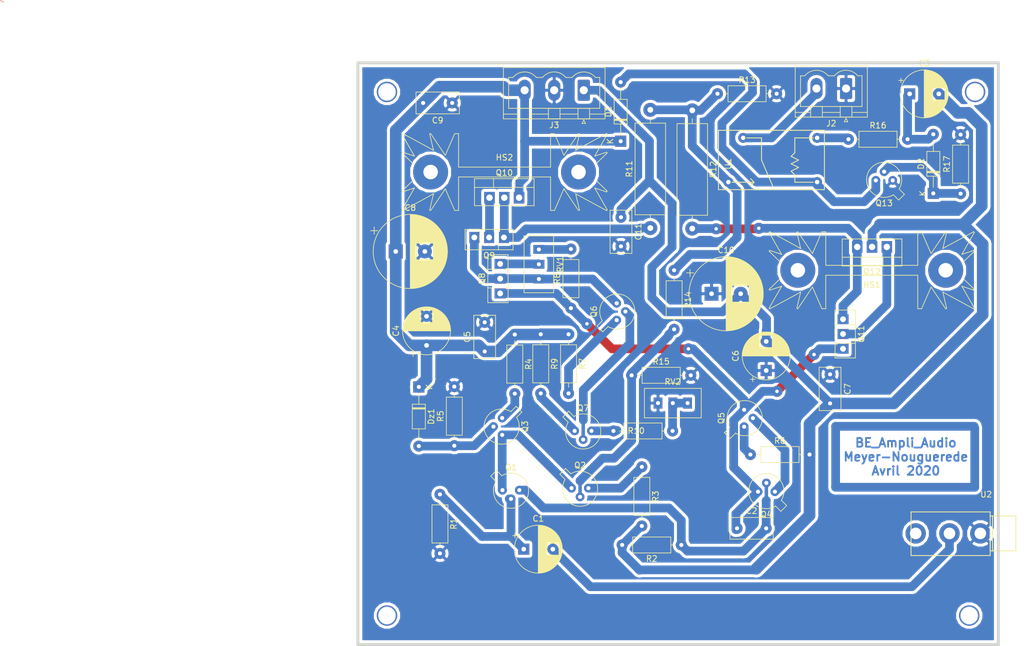
<source format=kicad_pcb>
(kicad_pcb (version 20171130) (host pcbnew "(5.0.0)")
  (title_block (title BE_Ampli_Audio) (date 2020-04-04) (rev V0) (company "INSA GEI") (comment 1 "Carole Meyer") (comment 2 "Louis Nouguerede"))
  (layers (0 F.Cu signal) (31 B.Cu signal) (34 B.Paste user hide) (35 F.Paste user hide) (36 B.SilkS user) (37 F.SilkS user) (38 B.Mask user) (39 F.Mask user hide) (44 Edge.Cuts user))
  (net 0 "")
  (net 1 "Net-(C1-Pad1)")
  (net 2 "Net-(C1-Pad2)")
  (net 3 "Net-(C2-Pad1)")
  (net 4 "Net-(C2-Pad2)")
  (net 5 -12V)
  (net 6 "Net-(C3-Pad1)")
  (net 7 GND)
  (net 8 +12V)
  (net 9 "Net-(D1-Pad2)")
  (net 10 "Net-(D2-Pad1)")
  (net 11 "Net-(Dz1-Pad2)")
  (net 12 "Net-(Q1-Pad1)")
  (net 13 "Net-(Q2-Pad2)")
  (net 14 "Net-(Q2-Pad3)")
  (net 15 "Net-(Q3-Pad1)")
  (net 16 "Net-(Q4-Pad1)")
  (net 17 "Net-(Q5-Pad1)")
  (net 18 "Net-(Q6-Pad3)")
  (net 19 "Net-(Q6-Pad2)")
  (net 20 "Net-(Q6-Pad1)")
  (net 21 "Net-(Q7-Pad1)")
  (net 22 "Net-(Q7-Pad3)")
  (net 23 "Net-(Q8-Pad3)")
  (net 24 "Net-(Q10-Pad2)")
  (net 25 "Net-(Q10-Pad1)")
  (net 26 "Net-(Q11-Pad2)")
  (net 27 "Net-(Q11-Pad1)")
  (net 28 "Net-(R8-Pad2)")
  (net 29 "Net-(R10-Pad2)")
  (net 30 "Net-(R11-Pad2)")
  (net 31 "Net-(R16-Pad1)")
  (net 32 "Net-(U2-PadTN)")
  (net 33 "Net-(J2-Pad2)")
  (module Be-Elec:RelayBE (layer F.Cu) (at 107.9881 43.9928 180)
    (fp_text reference U1 (at 16.51 4.445 270) (layer F.SilkS))
    (fp_text value Relay_1CT)
    (pad 7 thru_hole circle (at 16.49 1.3 180) (size 1.7 1.7) (drill 0.762) (layers *.Cu *.Mask) (net 30 "Net-(R11-Pad2)"))
    (pad 1 thru_hole circle (at 13.95 8.9 270) (size 1.7 1.7) (drill 0.762) (layers *.Cu *.Mask) (net 33 "Net-(J2-Pad2)"))
    (pad 6 thru_hole circle (at 1.25 1.3 180) (size 1.7 1.7) (drill 0.762) (layers *.Cu *.Mask) (net 9 "Net-(D1-Pad2)"))
    (pad 2 thru_hole circle (at 1.25 8.9 180) (size 1.7 1.7) (drill 0.762) (layers *.Cu *.Mask) (net 31 "Net-(R16-Pad1)"))
  )
  (module Be-Elec:CP_Radial_D8.0mm_P5.00mm (layer F.Cu) (at 122.6312 27.5336)
    (fp_text reference C3 (at 2.5 -5.25) (layer F.SilkS))
    (fp_text value 47µ)
    (pad 2 thru_hole circle (at 5 0) (size 1.9 1.9) (drill 0.8) (layers *.Cu *.Mask) (net 5 -12V))
    (pad 1 thru_hole rect (at 0 0) (size 1.9 1.9) (drill 0.8) (layers *.Cu *.Mask) (net 6 "Net-(C3-Pad1)"))
  )
  (module Be-Elec:C_Rect_L7.2mm_W3.5mm_P5.00mm_FKS2_FKP2_MKS2_MKP2 (layer F.Cu) (at 49.6443 71.8058 90)
    (fp_text reference C5 (at 2.5 -3 90) (layer F.SilkS))
    (fp_text value 100n)
    (pad 2 thru_hole circle (at 5 0 90) (size 1.9 1.9) (drill 0.7) (layers *.Cu *.Mask) (net 7 GND))
    (pad 1 thru_hole circle (at 0 0 90) (size 1.9 1.9) (drill 0.7) (layers *.Cu *.Mask) (net 8 +12V))
  )
  (module Be-Elec:C_Rect_L7.2mm_W3.5mm_P5.00mm_FKS2_FKP2_MKS2_MKP2 (layer F.Cu) (at 108.966 75.7428 270)
    (fp_text reference C7 (at 2.5 -3 270) (layer F.SilkS))
    (fp_text value 100n)
    (pad 1 thru_hole circle (at 0 0 270) (size 1.9 1.9) (drill 0.7) (layers *.Cu *.Mask) (net 7 GND))
    (pad 2 thru_hole circle (at 5 0 270) (size 1.9 1.9) (drill 0.7) (layers *.Cu *.Mask) (net 5 -12V))
  )
  (module Be-Elec:C_Rect_L7.2mm_W3.5mm_P5.00mm_FKS2_FKP2_MKS2_MKP2 (layer F.Cu) (at 44.069 29.0957 180)
    (fp_text reference C9 (at 2.5 -3 180) (layer F.SilkS))
    (fp_text value 100n)
    (pad 2 thru_hole circle (at 5 0 180) (size 1.9 1.9) (drill 0.7) (layers *.Cu *.Mask) (net 8 +12V))
    (pad 1 thru_hole circle (at 0 0 180) (size 1.9 1.9) (drill 0.7) (layers *.Cu *.Mask) (net 7 GND))
  )
  (module Be-Elec:C_Rect_L7.2mm_W3.5mm_P5.00mm_FKS2_FKP2_MKS2_MKP2 (layer F.Cu) (at 73.0504 48.7426 270)
    (fp_text reference C11 (at 2.5 -3 270) (layer F.SilkS))
    (fp_text value 100n)
    (pad 1 thru_hole circle (at 0 0 270) (size 1.9 1.9) (drill 0.7) (layers *.Cu *.Mask) (net 5 -12V))
    (pad 2 thru_hole circle (at 5 0 270) (size 1.9 1.9) (drill 0.7) (layers *.Cu *.Mask) (net 7 GND))
  )
  (module Be-Elec:PhoenixContact_MSTBVA_2,5_2-G-5,08_1x02_P5.08mm_Vertical (layer F.Cu) (at 111.7092 26.6192 180)
    (fp_text reference J2 (at 2.54 -6 180) (layer F.SilkS))
    (fp_text value Conn_01x02)
    (pad 2 thru_hole oval (at 5.08 0 180) (size 2.08 3.6) (drill 1.4) (layers *.Cu *.Mask) (net 33 "Net-(J2-Pad2)"))
    (pad 1 thru_hole roundrect (at 0 0 180) (size 2.08 3.6) (drill 1.4) (layers *.Cu *.Mask) (roundrect_rratio 0.120192) (net 7 GND))
  )
  (module Be-Elec:CP_Radial_D8.0mm_P5.00mm (layer F.Cu) (at 56.3499 105.791)
    (fp_text reference C1 (at 2.5 -5.25) (layer F.SilkS))
    (fp_text value 47µ)
    (pad 1 thru_hole rect (at 0 0) (size 1.9 1.9) (drill 0.8) (layers *.Cu *.Mask) (net 1 "Net-(C1-Pad1)"))
    (pad 2 thru_hole circle (at 5 0) (size 1.9 1.9) (drill 0.8) (layers *.Cu *.Mask) (net 2 "Net-(C1-Pad2)"))
  )
  (module Be-Elec:C_Rect_L7.2mm_W3.5mm_P5.00mm_FKS2_FKP2_MKS2_MKP2 (layer F.Cu) (at 92.9894 102.2096)
    (fp_text reference C2 (at 2.5 -3) (layer F.SilkS))
    (fp_text value C)
    (pad 1 thru_hole circle (at 0 0) (size 1.9 1.9) (drill 0.7) (layers *.Cu *.Mask) (net 3 "Net-(C2-Pad1)"))
    (pad 2 thru_hole circle (at 5 0) (size 1.9 1.9) (drill 0.7) (layers *.Cu *.Mask) (net 4 "Net-(C2-Pad2)"))
  )
  (module Be-Elec:CP_Radial_D8.0mm_P5.00mm (layer F.Cu) (at 39.6621 70.7644 90)
    (fp_text reference C4 (at 2.5 -5.25 90) (layer F.SilkS))
    (fp_text value 10µ)
    (pad 2 thru_hole circle (at 5 0 90) (size 1.9 1.9) (drill 0.8) (layers *.Cu *.Mask) (net 7 GND))
    (pad 1 thru_hole rect (at 0 0 90) (size 1.9 1.9) (drill 0.8) (layers *.Cu *.Mask) (net 8 +12V))
  )
  (module Be-Elec:CP_Radial_D8.0mm_P5.00mm (layer F.Cu) (at 97.9932 75.0824 90)
    (fp_text reference C6 (at 2.5 -5.25 90) (layer F.SilkS))
    (fp_text value 10µ)
    (pad 1 thru_hole rect (at 0 0 90) (size 1.9 1.9) (drill 0.8) (layers *.Cu *.Mask) (net 7 GND))
    (pad 2 thru_hole circle (at 5 0 90) (size 1.9 1.9) (drill 0.8) (layers *.Cu *.Mask) (net 5 -12V))
  )
  (module Be-Elec:CP_Radial_D12.5mm_P5.00mm (layer F.Cu) (at 34.3662 54.6227)
    (fp_text reference C8 (at 2.5 -7.5) (layer F.SilkS))
    (fp_text value 470µ)
    (pad 1 thru_hole rect (at 0 0) (size 2.4 2.4) (drill 0.8) (layers *.Cu *.Mask) (net 8 +12V))
    (pad 2 thru_hole circle (at 5 0) (size 2.4 2.4) (drill 0.8) (layers *.Cu *.Mask) (net 7 GND))
  )
  (module Be-Elec:CP_Radial_D12.5mm_P5.00mm (layer F.Cu) (at 88.6079 61.8871)
    (fp_text reference C10 (at 2.5 -7.5) (layer F.SilkS))
    (fp_text value 470µ)
    (pad 1 thru_hole rect (at 0 0) (size 2.4 2.4) (drill 0.8) (layers *.Cu *.Mask) (net 7 GND))
    (pad 2 thru_hole circle (at 5 0) (size 2.4 2.4) (drill 0.8) (layers *.Cu *.Mask) (net 5 -12V))
  )
  (module Be-Elec:D_DO-35_SOD27_P10.16mm_Horizontal (layer F.Cu) (at 72.9996 35.6743 90)
    (fp_text reference D1 (at 5.08 -2.12 90) (layer F.SilkS))
    (fp_text value 1N4148)
    (fp_text user K (at 0 -1.8 90) (layer F.SilkS))
    (pad 1 thru_hole rect (at 0 0 90) (size 1.9 1.9) (drill 0.7) (layers *.Cu *.Mask) (net 8 +12V))
    (pad 2 thru_hole oval (at 10.16 0 90) (size 1.9 1.9) (drill 0.7) (layers *.Cu *.Mask) (net 9 "Net-(D1-Pad2)"))
  )
  (module Be-Elec:D_DO-35_SOD27_P10.16mm_Horizontal (layer F.Cu) (at 126.6952 44.6405 90)
    (fp_text reference D2 (at 5.08 -2.12 90) (layer F.SilkS))
    (fp_text value 1N4148)
    (fp_text user K (at 0 -1.8 90) (layer F.SilkS))
    (pad 1 thru_hole rect (at 0 0 90) (size 1.9 1.9) (drill 0.7) (layers *.Cu *.Mask) (net 10 "Net-(D2-Pad1)"))
    (pad 2 thru_hole oval (at 10.16 0 90) (size 1.9 1.9) (drill 0.7) (layers *.Cu *.Mask) (net 6 "Net-(C3-Pad1)"))
  )
  (module Be-Elec:D_DO-35_SOD27_P10.16mm_Horizontal (layer F.Cu) (at 38.3286 77.9145 270)
    (fp_text reference Dz1 (at 5.08 -2.12 270) (layer F.SilkS))
    (fp_text value BZX55C5V1)
    (fp_text user K (at 0 -1.8 270) (layer F.SilkS))
    (pad 2 thru_hole oval (at 10.16 0 270) (size 1.9 1.9) (drill 0.7) (layers *.Cu *.Mask) (net 11 "Net-(Dz1-Pad2)"))
    (pad 1 thru_hole rect (at 0 0 270) (size 1.9 1.9) (drill 0.7) (layers *.Cu *.Mask) (net 8 +12V))
  )
  (module Be-Elec:Heatsink_Fischer_SK104-STC-STIC_35x13mm_2xDrill2.5mm (layer F.Cu) (at 116.120462 57.855449 180)
    (fp_text reference HS1 (at -0.025 -2.5 180) (layer F.SilkS))
    (fp_text value Heatsink)
    (pad 1 thru_hole circle (at 12.7 0 180) (size 6 6) (drill 2.5) (layers *.Cu *.Mask))
    (pad 1 thru_hole circle (at -12.7 0) (size 6 6) (drill 2.5) (layers *.Cu *.Mask))
  )
  (module Be-Elec:Heatsink_Fischer_SK104-STC-STIC_35x13mm_2xDrill2.5mm (layer F.Cu) (at 53.0606 40.9702)
    (fp_text reference HS2 (at -0.025 -2.5) (layer F.SilkS))
    (fp_text value Heatsink)
    (pad 1 thru_hole circle (at -12.7 0 180) (size 6 6) (drill 2.5) (layers *.Cu *.Mask))
    (pad 1 thru_hole circle (at 12.7 0) (size 6 6) (drill 2.5) (layers *.Cu *.Mask))
  )
  (module Be-Elec:PhoenixContact_MSTBVA_2,5_3-G-5,08_1x03_P5.08mm_Vertical (layer F.Cu) (at 66.6623 26.9113 180)
    (fp_text reference J3 (at 5.08 -6 180) (layer F.SilkS))
    (fp_text value Conn_01x03)
    (pad 1 thru_hole roundrect (at 0 0 180) (size 2.08 3.6) (drill 1.4) (layers *.Cu *.Mask) (roundrect_rratio 0.120192) (net 5 -12V))
    (pad 2 thru_hole oval (at 5.08 0 180) (size 2.08 3.6) (drill 1.4) (layers *.Cu *.Mask) (net 7 GND))
    (pad 3 thru_hole oval (at 10.16 0 180) (size 2.08 3.6) (drill 1.4) (layers *.Cu *.Mask) (net 8 +12V))
  )
  (module Be-Elec:TO-18-3 (layer F.Cu) (at 52.8955 95.7453)
    (fp_text reference Q1 (at 1.27 -4.02) (layer F.SilkS))
    (fp_text value 2N2907)
    (pad 1 thru_hole circle (at -0.2 -0.1) (size 1.5 1.5) (drill 0.7) (layers *.Cu *.Mask) (net 12 "Net-(Q1-Pad1)"))
    (pad 2 thru_hole circle (at 1.27 1.4) (size 1.5 1.5) (drill 0.7) (layers *.Cu *.Mask) (net 1 "Net-(C1-Pad1)"))
    (pad 3 thru_hole circle (at 2.7 -0.1) (size 1.5 1.5) (drill 0.7) (layers *.Cu *.Mask) (net 4 "Net-(C2-Pad2)"))
  )
  (module Be-Elec:TO-18-3 (layer F.Cu) (at 64.7573 95.4024)
    (fp_text reference Q2 (at 1.27 -4.02) (layer F.SilkS))
    (fp_text value 2N2907)
    (pad 1 thru_hole circle (at -0.2 -0.1) (size 1.5 1.5) (drill 0.7) (layers *.Cu *.Mask) (net 12 "Net-(Q1-Pad1)"))
    (pad 2 thru_hole circle (at 1.27 1.4) (size 1.5 1.5) (drill 0.7) (layers *.Cu *.Mask) (net 13 "Net-(Q2-Pad2)"))
    (pad 3 thru_hole circle (at 2.7 -0.1) (size 1.5 1.5) (drill 0.7) (layers *.Cu *.Mask) (net 14 "Net-(Q2-Pad3)"))
  )
  (module Be-Elec:TO-18-3 (layer F.Cu) (at 52.5526 83.4517 270)
    (fp_text reference Q3 (at 1.27 -4.02 270) (layer F.SilkS))
    (fp_text value 2N2907)
    (pad 3 thru_hole circle (at 2.7 -0.1 270) (size 1.5 1.5) (drill 0.7) (layers *.Cu *.Mask) (net 12 "Net-(Q1-Pad1)"))
    (pad 2 thru_hole circle (at 1.27 1.4 270) (size 1.5 1.5) (drill 0.7) (layers *.Cu *.Mask) (net 11 "Net-(Dz1-Pad2)"))
    (pad 1 thru_hole circle (at -0.2 -0.1 270) (size 1.5 1.5) (drill 0.7) (layers *.Cu *.Mask) (net 15 "Net-(Q3-Pad1)"))
  )
  (module Be-Elec:TO-18-3 (layer F.Cu) (at 99.2886 95.8088 180)
    (fp_text reference Q4 (at 1.27 -4.02 180) (layer F.SilkS))
    (fp_text value 2N2222)
    (pad 3 thru_hole circle (at 2.7 -0.1 180) (size 1.5 1.5) (drill 0.7) (layers *.Cu *.Mask) (net 3 "Net-(C2-Pad1)"))
    (pad 2 thru_hole circle (at 1.27 1.4 180) (size 1.5 1.5) (drill 0.7) (layers *.Cu *.Mask) (net 4 "Net-(C2-Pad2)"))
    (pad 1 thru_hole circle (at -0.2 -0.1 180) (size 1.5 1.5) (drill 0.7) (layers *.Cu *.Mask) (net 16 "Net-(Q4-Pad1)"))
  )
  (module Be-Elec:TO-18-3 (layer F.Cu) (at 94.3072 84.5439 90)
    (fp_text reference Q5 (at 1.27 -4.02 90) (layer F.SilkS))
    (fp_text value 2N2222)
    (pad 1 thru_hole circle (at -0.2 -0.1 90) (size 1.5 1.5) (drill 0.7) (layers *.Cu *.Mask) (net 17 "Net-(Q5-Pad1)"))
    (pad 2 thru_hole circle (at 1.27 1.4 90) (size 1.5 1.5) (drill 0.7) (layers *.Cu *.Mask) (net 16 "Net-(Q4-Pad1)"))
    (pad 3 thru_hole circle (at 2.7 -0.1 90) (size 1.5 1.5) (drill 0.7) (layers *.Cu *.Mask) (net 3 "Net-(C2-Pad1)"))
  )
  (module Be-Elec:TO-18-3 (layer F.Cu) (at 72.4154 66.2178 90)
    (fp_text reference Q6 (at 1.27 -4.02 90) (layer F.SilkS))
    (fp_text value 2N2907)
    (pad 3 thru_hole circle (at 2.7 -0.1 90) (size 1.5 1.5) (drill 0.7) (layers *.Cu *.Mask) (net 18 "Net-(Q6-Pad3)"))
    (pad 2 thru_hole circle (at 1.27 1.4 90) (size 1.5 1.5) (drill 0.7) (layers *.Cu *.Mask) (net 19 "Net-(Q6-Pad2)"))
    (pad 1 thru_hole circle (at -0.2 -0.1 90) (size 1.5 1.5) (drill 0.7) (layers *.Cu *.Mask) (net 20 "Net-(Q6-Pad1)"))
  )
  (module Be-Elec:TO-18-3 (layer F.Cu) (at 65.2907 85.5599)
    (fp_text reference Q7 (at 1.27 -4.02) (layer F.SilkS))
    (fp_text value 2N2907)
    (pad 1 thru_hole circle (at -0.2 -0.1) (size 1.5 1.5) (drill 0.7) (layers *.Cu *.Mask) (net 21 "Net-(Q7-Pad1)"))
    (pad 2 thru_hole circle (at 1.27 1.4) (size 1.5 1.5) (drill 0.7) (layers *.Cu *.Mask) (net 19 "Net-(Q6-Pad2)"))
    (pad 3 thru_hole circle (at 2.7 -0.1) (size 1.5 1.5) (drill 0.7) (layers *.Cu *.Mask) (net 22 "Net-(Q7-Pad3)"))
  )
  (module Be-Elec:TO-126-3_Vertical (layer F.Cu) (at 52.2986 61.8363 90)
    (fp_text reference Q8 (at 2.54 -3.12 90) (layer F.SilkS))
    (fp_text value BD139)
    (pad 1 thru_hole rect (at 0 0 90) (size 1.7 1.9) (drill 1) (layers *.Cu *.Mask) (net 3 "Net-(C2-Pad1)"))
    (pad 2 thru_hole rect (at 2.54 0 90) (size 1.7 1.9) (drill 1) (layers *.Cu *.Mask) (net 18 "Net-(Q6-Pad3)"))
    (pad 3 thru_hole rect (at 5.08 0 90) (size 1.7 1.9) (drill 1) (layers *.Cu *.Mask) (net 23 "Net-(Q8-Pad3)"))
  )
  (module Be-Elec:TO-126-3_Vertical (layer F.Cu) (at 52.9463 52.2097 180)
    (fp_text reference Q9 (at 2.54 -3.12 180) (layer F.SilkS))
    (fp_text value BD139)
    (pad 1 thru_hole rect (at 0 0 180) (size 1.7 1.9) (drill 1) (layers *.Cu *.Mask) (net 24 "Net-(Q10-Pad2)"))
    (pad 2 thru_hole rect (at 2.54 0 180) (size 1.7 1.9) (drill 1) (layers *.Cu *.Mask) (net 25 "Net-(Q10-Pad1)"))
    (pad 3 thru_hole rect (at 5.08 0 180) (size 1.7 1.9) (drill 1) (layers *.Cu *.Mask) (net 18 "Net-(Q6-Pad3)"))
  )
  (module Be-Elec:TO-220-3_Vertical (layer F.Cu) (at 50.4698 45.3771)
    (fp_text reference Q10 (at 2.54 -4.27) (layer F.SilkS))
    (fp_text value TIP32)
    (pad 3 thru_hole rect (at 5.08 0) (size 1.8 2) (drill 1.1) (layers *.Cu *.Mask) (net 8 +12V))
    (pad 2 thru_hole rect (at 2.54 0) (size 1.8 2) (drill 1.1) (layers *.Cu *.Mask) (net 24 "Net-(Q10-Pad2)"))
    (pad 1 thru_hole rect (at 0 0) (size 1.8 2) (drill 1.1) (layers *.Cu *.Mask) (net 25 "Net-(Q10-Pad1)"))
  )
  (module Be-Elec:TO-126-3_Vertical (layer F.Cu) (at 111.1885 66.2686 270)
    (fp_text reference Q11 (at 2.54 -3.12 270) (layer F.SilkS))
    (fp_text value BD138)
    (pad 3 thru_hole rect (at 5.08 0 270) (size 1.7 1.9) (drill 1) (layers *.Cu *.Mask) (net 3 "Net-(C2-Pad1)"))
    (pad 2 thru_hole rect (at 2.54 0 270) (size 1.7 1.9) (drill 1) (layers *.Cu *.Mask) (net 26 "Net-(Q11-Pad2)"))
    (pad 1 thru_hole rect (at 0 0 270) (size 1.7 1.9) (drill 1) (layers *.Cu *.Mask) (net 27 "Net-(Q11-Pad1)"))
  )
  (module Be-Elec:TO-220-3_Vertical (layer F.Cu) (at 118.711262 53.842249 180)
    (fp_text reference Q12 (at 2.54 -4.27 180) (layer F.SilkS))
    (fp_text value TIP31)
    (pad 1 thru_hole rect (at 0 0 180) (size 1.8 2) (drill 1.1) (layers *.Cu *.Mask) (net 26 "Net-(Q11-Pad2)"))
    (pad 2 thru_hole rect (at 2.54 0 180) (size 1.8 2) (drill 1.1) (layers *.Cu *.Mask) (net 5 -12V))
    (pad 3 thru_hole rect (at 5.08 0 180) (size 1.8 2) (drill 1.1) (layers *.Cu *.Mask) (net 27 "Net-(Q11-Pad1)"))
  )
  (module Be-Elec:TO-18-3 (layer F.Cu) (at 119.5197 42.3037 180)
    (fp_text reference Q13 (at 1.27 -4.02 180) (layer F.SilkS))
    (fp_text value 2N2222)
    (pad 3 thru_hole circle (at 2.7 -0.1 180) (size 1.5 1.5) (drill 0.7) (layers *.Cu *.Mask) (net 9 "Net-(D1-Pad2)"))
    (pad 2 thru_hole circle (at 1.27 1.4 180) (size 1.5 1.5) (drill 0.7) (layers *.Cu *.Mask) (net 10 "Net-(D2-Pad1)"))
    (pad 1 thru_hole circle (at -0.2 -0.1 180) (size 1.5 1.5) (drill 0.7) (layers *.Cu *.Mask) (net 7 GND))
  )
  (module Be-Elec:R_Axial_DIN0207_L6.3mm_D2.5mm_P10.16mm_Horizontal (layer F.Cu) (at 41.9608 96.3676 270)
    (fp_text reference R1 (at 5.08 -2.37 270) (layer F.SilkS))
    (fp_text value R)
    (pad 2 thru_hole circle (at 10.16 0 270) (size 1.9 1.9) (drill 0.7) (layers *.Cu *.Mask) (net 7 GND))
    (pad 1 thru_hole circle (at 0 0 270) (size 1.9 1.9) (drill 0.7) (layers *.Cu *.Mask) (net 1 "Net-(C1-Pad1)"))
  )
  (module Be-Elec:R_Axial_DIN0207_L6.3mm_D2.5mm_P10.16mm_Horizontal (layer F.Cu) (at 83.4136 105.0671 180)
    (fp_text reference R2 (at 5.08 -2.37 180) (layer F.SilkS))
    (fp_text value R)
    (pad 2 thru_hole circle (at 10.16 0 180) (size 1.9 1.9) (drill 0.7) (layers *.Cu *.Mask) (net 5 -12V))
    (pad 1 thru_hole circle (at 0 0 180) (size 1.9 1.9) (drill 0.7) (layers *.Cu *.Mask) (net 4 "Net-(C2-Pad2)"))
  )
  (module Be-Elec:R_Axial_DIN0207_L6.3mm_D2.5mm_P10.16mm_Horizontal (layer F.Cu) (at 76.6318 91.6432 270)
    (fp_text reference R3 (at 5.08 -2.37 270) (layer F.SilkS))
    (fp_text value R)
    (pad 2 thru_hole circle (at 10.16 0 270) (size 1.9 1.9) (drill 0.7) (layers *.Cu *.Mask) (net 5 -12V))
    (pad 1 thru_hole circle (at 0 0 270) (size 1.9 1.9) (drill 0.7) (layers *.Cu *.Mask) (net 14 "Net-(Q2-Pad3)"))
  )
  (module Be-Elec:R_Axial_DIN0207_L6.3mm_D2.5mm_P10.16mm_Horizontal (layer F.Cu) (at 54.8132 68.8975 270)
    (fp_text reference R4 (at 5.08 -2.37 270) (layer F.SilkS))
    (fp_text value R)
    (pad 1 thru_hole circle (at 0 0 270) (size 1.9 1.9) (drill 0.7) (layers *.Cu *.Mask) (net 8 +12V))
    (pad 2 thru_hole circle (at 10.16 0 270) (size 1.9 1.9) (drill 0.7) (layers *.Cu *.Mask) (net 15 "Net-(Q3-Pad1)"))
  )
  (module Be-Elec:R_Axial_DIN0207_L6.3mm_D2.5mm_P10.16mm_Horizontal (layer F.Cu) (at 44.4246 88.011 90)
    (fp_text reference R5 (at 5.08 -2.37 90) (layer F.SilkS))
    (fp_text value R)
    (pad 2 thru_hole circle (at 10.16 0 90) (size 1.9 1.9) (drill 0.7) (layers *.Cu *.Mask) (net 7 GND))
    (pad 1 thru_hole circle (at 0 0 90) (size 1.9 1.9) (drill 0.7) (layers *.Cu *.Mask) (net 11 "Net-(Dz1-Pad2)"))
  )
  (module Be-Elec:R_Axial_DIN0207_L6.3mm_D2.5mm_P10.16mm_Horizontal (layer F.Cu) (at 95.2754 89.5223)
    (fp_text reference R6 (at 5.08 -2.37) (layer F.SilkS))
    (fp_text value R)
    (pad 1 thru_hole circle (at 0 0) (size 1.9 1.9) (drill 0.7) (layers *.Cu *.Mask) (net 17 "Net-(Q5-Pad1)"))
    (pad 2 thru_hole circle (at 10.16 0) (size 1.9 1.9) (drill 0.7) (layers *.Cu *.Mask) (net 5 -12V))
  )
  (module Be-Elec:R_Axial_DIN0207_L6.3mm_D2.5mm_P10.16mm_Horizontal (layer F.Cu) (at 64.0461 68.8594 270)
    (fp_text reference R7 (at 5.08 -2.37 270) (layer F.SilkS))
    (fp_text value R)
    (pad 2 thru_hole circle (at 10.16 0 270) (size 1.9 1.9) (drill 0.7) (layers *.Cu *.Mask) (net 20 "Net-(Q6-Pad1)"))
    (pad 1 thru_hole circle (at 0 0 270) (size 1.9 1.9) (drill 0.7) (layers *.Cu *.Mask) (net 8 +12V))
  )
  (module Be-Elec:R_Axial_DIN0207_L6.3mm_D2.5mm_P10.16mm_Horizontal (layer F.Cu) (at 64.4525 64.3636 90)
    (fp_text reference R8 (at 5.08 -2.37 90) (layer F.SilkS))
    (fp_text value R)
    (pad 1 thru_hole circle (at 0 0 90) (size 1.9 1.9) (drill 0.7) (layers *.Cu *.Mask) (net 3 "Net-(C2-Pad1)"))
    (pad 2 thru_hole circle (at 10.16 0 90) (size 1.9 1.9) (drill 0.7) (layers *.Cu *.Mask) (net 28 "Net-(R8-Pad2)"))
  )
  (module Be-Elec:R_Axial_DIN0207_L6.3mm_D2.5mm_P10.16mm_Horizontal (layer F.Cu) (at 59.2709 68.8594 270)
    (fp_text reference R9 (at 5.08 -2.37 270) (layer F.SilkS))
    (fp_text value R)
    (pad 1 thru_hole circle (at 0 0 270) (size 1.9 1.9) (drill 0.7) (layers *.Cu *.Mask) (net 8 +12V))
    (pad 2 thru_hole circle (at 10.16 0 270) (size 1.9 1.9) (drill 0.7) (layers *.Cu *.Mask) (net 21 "Net-(Q7-Pad1)"))
  )
  (module Be-Elec:R_Axial_DIN0207_L6.3mm_D2.5mm_P10.16mm_Horizontal (layer F.Cu) (at 71.755 85.471)
    (fp_text reference R10 (at 3.9116 -0.0254) (layer F.SilkS))
    (fp_text value R)
    (pad 1 thru_hole circle (at 0 0) (size 1.9 1.9) (drill 0.7) (layers *.Cu *.Mask) (net 22 "Net-(Q7-Pad3)"))
    (pad 2 thru_hole circle (at 10.16 0) (size 1.9 1.9) (drill 0.7) (layers *.Cu *.Mask) (net 29 "Net-(R10-Pad2)"))
  )
  (module Be-Elec:R_Axial_DIN0516_L15.5mm_D5.0mm_P20.32mm_Horizontal (layer F.Cu) (at 78.0923 50.5968 90)
    (fp_text reference R11 (at 10.16 -3.62 90) (layer F.SilkS))
    (fp_text value R)
    (pad 1 thru_hole circle (at 0 0 90) (size 2.4 2.4) (drill 1) (layers *.Cu *.Mask) (net 24 "Net-(Q10-Pad2)"))
    (pad 2 thru_hole oval (at 20.32 0 90) (size 2.4 2.4) (drill 1) (layers *.Cu *.Mask) (net 30 "Net-(R11-Pad2)"))
  )
  (module Be-Elec:R_Axial_DIN0516_L15.5mm_D5.0mm_P20.32mm_Horizontal (layer F.Cu) (at 85.2932 30.3657 270)
    (fp_text reference R12 (at 10.16 -3.62 270) (layer F.SilkS))
    (fp_text value R)
    (pad 2 thru_hole oval (at 20.32 0 270) (size 2.4 2.4) (drill 1) (layers *.Cu *.Mask) (net 27 "Net-(Q11-Pad1)"))
    (pad 1 thru_hole circle (at 0 0 270) (size 2.4 2.4) (drill 1) (layers *.Cu *.Mask) (net 30 "Net-(R11-Pad2)"))
  )
  (module Be-Elec:R_Axial_DIN0207_L6.3mm_D2.5mm_P10.16mm_Horizontal (layer F.Cu) (at 89.6239 27.5082)
    (fp_text reference R13 (at 5.08 -2.37) (layer F.SilkS))
    (fp_text value R)
    (pad 2 thru_hole circle (at 10.16 0) (size 1.9 1.9) (drill 0.7) (layers *.Cu *.Mask) (net 7 GND))
    (pad 1 thru_hole circle (at 0 0) (size 1.9 1.9) (drill 0.7) (layers *.Cu *.Mask) (net 30 "Net-(R11-Pad2)"))
  )
  (module Be-Elec:R_Axial_DIN0207_L6.3mm_D2.5mm_P10.16mm_Horizontal (layer F.Cu) (at 82.1817 57.8485 270)
    (fp_text reference R14 (at 5.08 -2.37 270) (layer F.SilkS))
    (fp_text value R)
    (pad 1 thru_hole circle (at 0 0 270) (size 1.9 1.9) (drill 0.7) (layers *.Cu *.Mask) (net 30 "Net-(R11-Pad2)"))
    (pad 2 thru_hole circle (at 10.16 0 270) (size 1.9 1.9) (drill 0.7) (layers *.Cu *.Mask) (net 13 "Net-(Q2-Pad2)"))
  )
  (module Be-Elec:R_Axial_DIN0207_L6.3mm_D2.5mm_P10.16mm_Horizontal (layer F.Cu) (at 74.8792 75.9079)
    (fp_text reference R15 (at 5.08 -2.37) (layer F.SilkS))
    (fp_text value R)
    (pad 1 thru_hole circle (at 0 0) (size 1.9 1.9) (drill 0.7) (layers *.Cu *.Mask) (net 13 "Net-(Q2-Pad2)"))
    (pad 2 thru_hole circle (at 10.16 0) (size 1.9 1.9) (drill 0.7) (layers *.Cu *.Mask) (net 7 GND))
  )
  (module Be-Elec:R_Axial_DIN0207_L6.3mm_D2.5mm_P10.16mm_Horizontal (layer F.Cu) (at 112.1156 35.3314)
    (fp_text reference R16 (at 5.08 -2.37) (layer F.SilkS))
    (fp_text value R)
    (pad 2 thru_hole circle (at 10.16 0) (size 1.9 1.9) (drill 0.7) (layers *.Cu *.Mask) (net 6 "Net-(C3-Pad1)"))
    (pad 1 thru_hole circle (at 0 0) (size 1.9 1.9) (drill 0.7) (layers *.Cu *.Mask) (net 31 "Net-(R16-Pad1)"))
  )
  (module Be-Elec:R_Axial_DIN0207_L6.3mm_D2.5mm_P10.16mm_Horizontal (layer F.Cu) (at 131.3815 44.6913 90)
    (fp_text reference R17 (at 5.08 -2.37 90) (layer F.SilkS))
    (fp_text value R)
    (pad 1 thru_hole circle (at 0 0 90) (size 1.9 1.9) (drill 0.7) (layers *.Cu *.Mask) (net 10 "Net-(D2-Pad1)"))
    (pad 2 thru_hole circle (at 10.16 0 90) (size 1.9 1.9) (drill 0.7) (layers *.Cu *.Mask) (net 7 GND))
  )
  (module Be-Elec:Potentiometer_Bourns_3296W_Vertical (layer F.Cu) (at 58.9534 59.3598 270)
    (fp_text reference RV1 (at -2.54 -3.66 270) (layer F.SilkS))
    (fp_text value R_POT)
    (pad 3 thru_hole rect (at -5.08 0 270) (size 1.5 1.9) (drill 0.7) (layers *.Cu *.Mask) (net 28 "Net-(R8-Pad2)"))
    (pad 2 thru_hole rect (at -2.54 0 270) (size 1.5 1.9) (drill 0.7) (layers *.Cu *.Mask) (net 23 "Net-(Q8-Pad3)"))
    (pad 1 thru_hole rect (at 0 0 270) (size 1.5 1.9) (drill 0.7) (layers *.Cu *.Mask) (net 18 "Net-(Q6-Pad3)"))
  )
  (module Be-Elec:Potentiometer_Bourns_3296W_Vertical (layer F.Cu) (at 84.4931 80.6831)
    (fp_text reference RV2 (at -2.54 -3.66) (layer F.SilkS))
    (fp_text value R_POT)
    (pad 1 thru_hole rect (at 0 0) (size 1.5 1.9) (drill 0.7) (layers *.Cu *.Mask) (net 29 "Net-(R10-Pad2)"))
    (pad 2 thru_hole rect (at -2.54 0) (size 1.5 1.9) (drill 0.7) (layers *.Cu *.Mask) (net 29 "Net-(R10-Pad2)"))
    (pad 3 thru_hole rect (at -5.08 0) (size 1.5 1.9) (drill 0.7) (layers *.Cu *.Mask) (net 7 GND))
  )
  (module Be-Elec:Jack_35RAPC2AV (layer F.Cu) (at 136.8679 103.0859 180)
    (fp_text reference U2 (at 1.1 6.7 180) (layer F.SilkS))
    (fp_text value Jack_Mono)
    (pad TN thru_hole circle (at 13.2 0 180) (size 3.5 3.5) (drill 2) (layers *.Cu *.Mask) (net 32 "Net-(U2-PadTN)"))
    (pad G thru_hole circle (at 2.1 0 180) (size 3.5 3.5) (drill 2) (layers *.Cu *.Mask) (net 7 GND))
    (pad T thru_hole circle (at 7.4 0 180) (size 3.5 3.5) (drill 2) (layers *.Cu *.Mask) (net 2 "Net-(C1-Pad2)"))
  )
  (gr_text "BE_Ampli_Audio\nMeyer-Nouguerede\nAvril 2020" (at 121.9708 89.916) (layer B.Cu) (effects (font (size 1.5 1.5) (thickness 0.3))))
  (gr_line (start -33 11.75) (end -33.5 11.5) (layer B.SilkS) (width 0.2))
  (gr_line (start 27.8638 22.1996) (end 27.8638 122.1996) (layer Edge.Cuts) (width 0.5))
  (gr_line (start 27.8638 122.1996) (end 137.8638 122.1996) (layer Edge.Cuts) (width 0.5))
  (gr_line (start 137.8638 22.1996) (end 137.8638 122.1996) (layer Edge.Cuts) (width 0.5))
  (gr_line (start 27.8638 22.1996) (end 137.8638 22.1996) (layer Edge.Cuts) (width 0.5))
  (via (at 32.8638 27.1996) (size 3.5) (drill 3) (layers F.Cu B.Cu) (net 0))
  (via (at 133.8638 27.1996) (size 3.5) (drill 3) (layers F.Cu B.Cu) (net 0))
  (via (at 32.8638 117.1996) (size 3.5) (drill 3) (layers F.Cu B.Cu) (net 0))
  (via (at 132.8638 117.1996) (size 3.5) (drill 3) (layers F.Cu B.Cu) (net 0))
  (segment (start 109.9185 84.6709) (end 133.7183 84.6709) (width 1.5) (layer B.Cu) (net 0))
  (segment (start 109.9185 95.1357) (end 109.9185 84.6709) (width 1.5) (layer B.Cu) (net 0))
  (segment (start 109.9312 95.1484) (end 109.9185 95.1357) (width 1.5) (layer B.Cu) (net 0))
  (segment (start 133.8072 95.1484) (end 109.9312 95.1484) (width 1.5) (layer B.Cu) (net 0))
  (segment (start 133.7056 84.8868) (end 133.8072 84.9884) (width 1.5) (layer B.Cu) (net 0))
  (segment (start 133.8072 84.9884) (end 133.8072 95.1484) (width 1.5) (layer B.Cu) (net 0))
  (segment (start 54.1655 103.6066) (end 56.3499 105.791) (width 1.5) (layer B.Cu) (net 1))
  (segment (start 54.1655 97.1453) (end 54.1655 103.6066) (width 1.5) (layer B.Cu) (net 1))
  (segment (start 54.1655 97.1453) (end 53.859502 97.1453) (width 1.5) (layer B.Cu) (net 1))
  (segment (start 49.1998 103.6066) (end 41.9608 96.3676) (width 1.5) (layer B.Cu) (net 1))
  (segment (start 54.1655 103.6066) (end 49.1998 103.6066) (width 1.5) (layer B.Cu) (net 1))
  (segment (start 61.3499 105.791) (end 67.8015 112.2426) (width 1.5) (layer B.Cu) (net 2))
  (segment (start 67.8015 112.2426) (end 123.0249 112.2426) (width 1.5) (layer B.Cu) (net 2))
  (segment (start 129.4679 105.7996) (end 129.4679 103.0859) (width 1.5) (layer B.Cu) (net 2))
  (segment (start 123.0249 112.2426) (end 129.4679 105.7996) (width 1.5) (layer B.Cu) (net 2))
  (segment (start 61.9252 61.8363) (end 64.4525 64.3636) (width 1.5) (layer B.Cu) (net 3))
  (segment (start 52.2986 61.8363) (end 61.9252 61.8363) (width 1.5) (layer B.Cu) (net 3))
  (segment (start 92.7862 99.7112) (end 96.5886 95.9088) (width 1.5) (layer B.Cu) (net 3))
  (segment (start 92.7862 102.4382) (end 92.7862 99.7112) (width 1.5) (layer B.Cu) (net 3))
  (segment (start 93.457201 82.593899) (end 94.2072 81.8439) (width 1.5) (layer B.Cu) (net 3))
  (segment (start 92.407199 83.643901) (end 93.457201 82.593899) (width 1.5) (layer B.Cu) (net 3))
  (segment (start 96.5886 95.9088) (end 92.407199 91.727399) (width 1.5) (layer B.Cu) (net 3))
  (segment (start 92.407199 91.727399) (end 92.407199 83.643901) (width 1.5) (layer B.Cu) (net 3))
  (via (at 99.8474 78.6638) (size 1.9) (drill 0.6) (layers F.Cu B.Cu) (net 3))
  (via (at 106.210102 72.3392) (size 1.9) (drill 0.6) (layers F.Cu B.Cu) (net 3))
  (segment (start 99.8474 78.6638) (end 106.172002 72.3392) (width 1.5) (layer F.Cu) (net 3))
  (segment (start 106.172002 72.3392) (end 106.210102 72.3392) (width 1.5) (layer F.Cu) (net 3))
  (segment (start 111.1885 71.3486) (end 107.200702 71.3486) (width 1.5) (layer B.Cu) (net 3))
  (segment (start 107.200702 71.3486) (end 107.160101 71.389201) (width 1.5) (layer B.Cu) (net 3))
  (segment (start 107.160101 71.389201) (end 106.210102 72.3392) (width 1.5) (layer B.Cu) (net 3))
  (via (at 67.2084 67.056) (size 1.9) (drill 0.6) (layers F.Cu B.Cu) (net 3))
  (segment (start 64.4525 64.3636) (end 67.1449 67.056) (width 1.5) (layer B.Cu) (net 3))
  (segment (start 67.1449 67.056) (end 67.2084 67.056) (width 1.5) (layer B.Cu) (net 3))
  (via (at 84.6328 71.3613) (size 1.9) (drill 0.6) (layers F.Cu B.Cu) (net 3))
  (segment (start 67.2084 67.056) (end 71.5137 71.3613) (width 1.5) (layer F.Cu) (net 3))
  (segment (start 71.5137 71.3613) (end 83.289298 71.3613) (width 1.5) (layer F.Cu) (net 3))
  (segment (start 83.289298 71.3613) (end 84.6328 71.3613) (width 1.5) (layer F.Cu) (net 3))
  (segment (start 85.4202 71.3613) (end 84.6328 71.3613) (width 1.5) (layer B.Cu) (net 3))
  (segment (start 94.2072 81.8439) (end 94.2072 80.1483) (width 1.5) (layer B.Cu) (net 3))
  (segment (start 94.2072 80.1483) (end 85.4202 71.3613) (width 1.5) (layer B.Cu) (net 3))
  (segment (start 97.3873 78.6638) (end 99.8474 78.6638) (width 1.5) (layer B.Cu) (net 3))
  (segment (start 94.2072 81.8439) (end 97.3873 78.6638) (width 1.5) (layer B.Cu) (net 3))
  (segment (start 98.0186 97.4217) (end 98.0186 94.4088) (width 0.6) (layer B.Cu) (net 4))
  (segment (start 83.4136 100.838) (end 83.4136 105.0671) (width 1.5) (layer B.Cu) (net 4))
  (segment (start 56.6661 95.6453) (end 59.731799 98.710999) (width 1.5) (layer B.Cu) (net 4))
  (segment (start 55.5955 95.6453) (end 56.6661 95.6453) (width 1.5) (layer B.Cu) (net 4))
  (segment (start 59.731799 98.710999) (end 77.057499 98.710999) (width 1.5) (layer B.Cu) (net 4))
  (segment (start 77.057499 98.710999) (end 77.0636 98.7171) (width 1.5) (layer B.Cu) (net 4))
  (segment (start 77.0636 98.7171) (end 81.2927 98.7171) (width 1.5) (layer B.Cu) (net 4))
  (segment (start 81.2927 98.7171) (end 83.4136 100.838) (width 1.5) (layer B.Cu) (net 4))
  (segment (start 97.9894 97.4509) (end 97.9894 102.2096) (width 1.5) (layer B.Cu) (net 4))
  (segment (start 98.0186 97.4217) (end 97.9894 97.4509) (width 1.5) (layer B.Cu) (net 4))
  (segment (start 94.1032 106.1212) (end 97.7862 102.4382) (width 1.5) (layer B.Cu) (net 4))
  (segment (start 83.4136 105.0671) (end 84.4677 106.1212) (width 1.5) (layer B.Cu) (net 4))
  (segment (start 84.4677 106.1212) (end 94.1032 106.1212) (width 1.5) (layer B.Cu) (net 4))
  (segment (start 77.9399 42.4434) (end 74.0664 46.3169) (width 1.5) (layer B.Cu) (net 5))
  (segment (start 74.0664 46.3169) (end 74.0664 46.3677) (width 1.5) (layer B.Cu) (net 5))
  (segment (start 73.0504 47.3837) (end 73.0504 48.7426) (width 1.5) (layer B.Cu) (net 5))
  (segment (start 74.0664 46.3677) (end 73.0504 47.3837) (width 1.5) (layer B.Cu) (net 5))
  (segment (start 77.9399 42.4434) (end 77.9399 42.4688) (width 1.5) (layer B.Cu) (net 5))
  (segment (start 77.9399 42.4688) (end 81.8261 46.355) (width 1.5) (layer B.Cu) (net 5))
  (segment (start 81.8261 46.355) (end 81.8261 53.8734) (width 1.5) (layer B.Cu) (net 5))
  (segment (start 97.9932 68.2028) (end 97.9932 70.0824) (width 1.5) (layer B.Cu) (net 5))
  (segment (start 98.0567 68.1393) (end 97.9932 68.2028) (width 1.5) (layer B.Cu) (net 5))
  (segment (start 116.171262 51.342249) (end 116.171262 53.842249) (width 1.5) (layer B.Cu) (net 5))
  (segment (start 117.513611 49.9999) (end 116.171262 51.342249) (width 1.5) (layer B.Cu) (net 5))
  (segment (start 98.3056 70.0824) (end 97.9932 70.0824) (width 1.5) (layer B.Cu) (net 5))
  (segment (start 108.966 80.7428) (end 98.3056 70.0824) (width 1.5) (layer B.Cu) (net 5))
  (segment (start 94.807899 63.087099) (end 94.913299 63.087099) (width 1.5) (layer B.Cu) (net 5))
  (segment (start 93.6079 61.8871) (end 94.807899 63.087099) (width 1.5) (layer B.Cu) (net 5))
  (segment (start 98.0567 66.2305) (end 98.0567 68.1393) (width 1.5) (layer B.Cu) (net 5))
  (segment (start 94.913299 63.087099) (end 98.0567 66.2305) (width 1.5) (layer B.Cu) (net 5))
  (segment (start 81.8261 53.8734) (end 81.788 53.8734) (width 1.5) (layer B.Cu) (net 5))
  (segment (start 81.788 53.8734) (end 78.3463 57.3151) (width 1.5) (layer B.Cu) (net 5))
  (segment (start 78.3463 57.3151) (end 78.3463 62.5475) (width 1.5) (layer B.Cu) (net 5))
  (segment (start 78.3463 62.5475) (end 80.7974 64.9986) (width 1.5) (layer B.Cu) (net 5))
  (segment (start 90.4964 64.9986) (end 93.6079 61.8871) (width 1.5) (layer B.Cu) (net 5))
  (segment (start 80.7974 64.9986) (end 90.4964 64.9986) (width 1.5) (layer B.Cu) (net 5))
  (segment (start 77.9399 35.6362) (end 77.9399 42.4434) (width 1.5) (layer B.Cu) (net 5))
  (segment (start 66.6623 26.9113) (end 69.215 26.9113) (width 1.5) (layer B.Cu) (net 5))
  (segment (start 69.215 26.9113) (end 77.9399 35.6362) (width 1.5) (layer B.Cu) (net 5))
  (segment (start 105.4354 84.2734) (end 108.966 80.7428) (width 2) (layer B.Cu) (net 5))
  (segment (start 105.4354 89.5223) (end 105.4354 84.2734) (width 2) (layer B.Cu) (net 5))
  (segment (start 119.9045 80.7428) (end 135.1788 65.4685) (width 2) (layer B.Cu) (net 5))
  (segment (start 108.966 80.7428) (end 119.9045 80.7428) (width 2) (layer B.Cu) (net 5))
  (segment (start 135.1788 53.3781) (end 131.8006 49.9999) (width 2) (layer B.Cu) (net 5))
  (segment (start 135.1788 65.4685) (end 135.1788 53.3781) (width 2) (layer B.Cu) (net 5))
  (segment (start 131.8006 49.9999) (end 135.0137 46.7868) (width 2) (layer B.Cu) (net 5))
  (segment (start 135.0137 46.7868) (end 135.0137 33.1216) (width 2) (layer B.Cu) (net 5))
  (segment (start 135.0137 33.1216) (end 132.6896 30.7975) (width 2) (layer B.Cu) (net 5))
  (segment (start 130.8951 30.7975) (end 127.6312 27.5336) (width 2) (layer B.Cu) (net 5))
  (segment (start 132.6896 30.7975) (end 130.8951 30.7975) (width 2) (layer B.Cu) (net 5))
  (segment (start 131.8006 49.9999) (end 117.513611 49.9999) (width 2) (layer B.Cu) (net 5))
  (segment (start 105.4354 99.9871) (end 105.4354 89.5223) (width 2) (layer B.Cu) (net 5))
  (segment (start 96.266 109.1565) (end 105.4354 99.9871) (width 2) (layer B.Cu) (net 5))
  (segment (start 76.316998 109.347) (end 76.253498 109.4105) (width 1.5) (layer B.Cu) (net 5))
  (segment (start 96.1771 109.347) (end 76.316998 109.347) (width 1.5) (layer B.Cu) (net 5))
  (segment (start 76.189998 109.347) (end 76.316998 109.347) (width 1.5) (layer B.Cu) (net 5))
  (segment (start 73.2536 106.410602) (end 76.189998 109.347) (width 1.5) (layer B.Cu) (net 5))
  (segment (start 73.2536 105.0671) (end 73.2536 106.410602) (width 1.5) (layer B.Cu) (net 5))
  (segment (start 76.5175 101.8032) (end 73.2536 105.0671) (width 1.5) (layer B.Cu) (net 5))
  (segment (start 76.6318 101.8032) (end 76.5175 101.8032) (width 1.5) (layer B.Cu) (net 5))
  (segment (start 122.6058 27.559) (end 122.6312 27.5336) (width 1.5) (layer B.Cu) (net 6))
  (segment (start 125.8443 35.3314) (end 126.6952 34.4805) (width 1.5) (layer B.Cu) (net 6))
  (segment (start 122.2756 35.3314) (end 125.8443 35.3314) (width 1.5) (layer B.Cu) (net 6))
  (segment (start 122.2756 27.8892) (end 122.6312 27.5336) (width 1.5) (layer B.Cu) (net 6))
  (segment (start 122.2756 35.3314) (end 122.2756 27.8892) (width 1.5) (layer B.Cu) (net 6))
  (segment (start 55.5498 42.8771) (end 55.5498 45.3771) (width 1.5) (layer B.Cu) (net 8))
  (segment (start 55.5498 42.8771) (end 56.5023 41.9246) (width 1.5) (layer B.Cu) (net 8))
  (segment (start 70.5496 35.6743) (end 56.5023 35.6743) (width 1.5) (layer B.Cu) (net 8))
  (segment (start 72.9996 35.6743) (end 70.5496 35.6743) (width 1.5) (layer B.Cu) (net 8))
  (segment (start 56.5023 41.9246) (end 56.5023 35.6743) (width 1.5) (layer B.Cu) (net 8))
  (segment (start 56.5023 35.6743) (end 56.5023 26.9113) (width 1.5) (layer B.Cu) (net 8))
  (segment (start 34.3662 33.7985) (end 34.3662 54.6227) (width 2) (layer B.Cu) (net 8))
  (segment (start 39.069 29.0957) (end 34.3662 33.7985) (width 2) (layer B.Cu) (net 8))
  (segment (start 36.7121 70.7644) (end 39.6621 70.7644) (width 2) (layer B.Cu) (net 8))
  (segment (start 34.3662 68.4185) (end 36.7121 70.7644) (width 2) (layer B.Cu) (net 8))
  (segment (start 34.3662 54.6227) (end 34.3662 68.4185) (width 2) (layer B.Cu) (net 8))
  (segment (start 38.3286 77.9145) (end 39.6621 76.581) (width 2) (layer B.Cu) (net 8))
  (segment (start 39.6621 76.581) (end 39.6621 70.7644) (width 2) (layer B.Cu) (net 8))
  (segment (start 48.6029 70.7644) (end 49.6443 71.8058) (width 2) (layer B.Cu) (net 8))
  (segment (start 39.6621 70.7644) (end 48.6029 70.7644) (width 2) (layer B.Cu) (net 8))
  (segment (start 51.9049 71.8058) (end 54.8132 68.8975) (width 2) (layer B.Cu) (net 8))
  (segment (start 49.6443 71.8058) (end 51.9049 71.8058) (width 2) (layer B.Cu) (net 8))
  (segment (start 59.2328 68.8975) (end 59.2709 68.8594) (width 2) (layer B.Cu) (net 8))
  (segment (start 54.8132 68.8975) (end 59.2328 68.8975) (width 2) (layer B.Cu) (net 8))
  (segment (start 59.2709 68.8594) (end 64.0461 68.8594) (width 2) (layer B.Cu) (net 8))
  (segment (start 40.018999 28.145701) (end 39.069 29.0957) (width 2) (layer B.Cu) (net 8))
  (segment (start 41.863 26.3017) (end 40.018999 28.145701) (width 2) (layer B.Cu) (net 8))
  (segment (start 52.8527 26.3017) (end 41.863 26.3017) (width 2) (layer B.Cu) (net 8))
  (segment (start 56.5023 26.9113) (end 53.4623 26.9113) (width 2) (layer B.Cu) (net 8))
  (segment (start 53.4623 26.9113) (end 52.8527 26.3017) (width 2) (layer B.Cu) (net 8))
  (segment (start 116.8197 42.4037) (end 116.8197 44.0639) (width 1.5) (layer B.Cu) (net 9))
  (segment (start 114.8207 46.0629) (end 109.6518 46.0629) (width 1.5) (layer B.Cu) (net 9))
  (segment (start 116.8197 44.0639) (end 114.8207 46.0629) (width 1.5) (layer B.Cu) (net 9))
  (segment (start 106.7381 43.1492) (end 109.6518 46.0629) (width 1.5) (layer B.Cu) (net 9))
  (segment (start 106.7381 42.6928) (end 106.7381 43.1492) (width 1.5) (layer B.Cu) (net 9))
  (segment (start 74.4093 24.1046) (end 72.9996 25.5143) (width 1.5) (layer B.Cu) (net 9))
  (segment (start 94.2213 24.1046) (end 74.4093 24.1046) (width 1.5) (layer B.Cu) (net 9))
  (segment (start 96.3249 42.6928) (end 90.3859 36.7538) (width 1.5) (layer B.Cu) (net 9))
  (segment (start 90.3859 36.7538) (end 90.3859 32.5755) (width 1.5) (layer B.Cu) (net 9))
  (segment (start 90.3859 32.5755) (end 95.6437 27.3177) (width 1.5) (layer B.Cu) (net 9))
  (segment (start 95.6437 27.3177) (end 95.6437 25.527) (width 1.5) (layer B.Cu) (net 9))
  (segment (start 106.7381 42.6928) (end 96.3249 42.6928) (width 1.5) (layer B.Cu) (net 9))
  (segment (start 95.6437 25.527) (end 94.2213 24.1046) (width 1.5) (layer B.Cu) (net 9))
  (segment (start 131.3307 44.6405) (end 131.3815 44.6913) (width 1.5) (layer B.Cu) (net 10))
  (segment (start 126.6952 44.6405) (end 131.3307 44.6405) (width 1.5) (layer B.Cu) (net 10))
  (segment (start 118.999699 40.153701) (end 118.2497 40.9037) (width 1.5) (layer B.Cu) (net 10))
  (segment (start 124.658401 40.153701) (end 118.999699 40.153701) (width 1.5) (layer B.Cu) (net 10))
  (segment (start 126.6952 42.1905) (end 124.658401 40.153701) (width 1.5) (layer B.Cu) (net 10))
  (segment (start 126.6952 44.6405) (end 126.6952 42.1905) (width 1.5) (layer B.Cu) (net 10))
  (segment (start 44.3611 88.0745) (end 44.4246 88.011) (width 1.5) (layer B.Cu) (net 11))
  (segment (start 38.3286 88.0745) (end 44.3611 88.0745) (width 1.5) (layer B.Cu) (net 11))
  (segment (start 47.8633 88.011) (end 51.1526 84.7217) (width 1.5) (layer B.Cu) (net 11))
  (segment (start 44.4246 88.011) (end 47.8633 88.011) (width 1.5) (layer B.Cu) (net 11))
  (segment (start 55.4066 86.1517) (end 52.6526 86.1517) (width 1.5) (layer B.Cu) (net 12))
  (segment (start 64.5573 95.3024) (end 55.4066 86.1517) (width 1.5) (layer B.Cu) (net 12))
  (segment (start 52.6526 95.6024) (end 52.6955 95.6453) (width 1.5) (layer B.Cu) (net 12))
  (segment (start 52.6526 86.1517) (end 52.6526 95.6024) (width 1.5) (layer B.Cu) (net 12))
  (segment (start 66.0273 96.8024) (end 66.0273 94.068398) (width 0.6) (layer B.Cu) (net 13))
  (segment (start 66.0273 94.068398) (end 66.0273 94.3356) (width 0.6) (layer B.Cu) (net 13))
  (segment (start 74.8792 87.1347) (end 74.8792 75.9079) (width 1.5) (layer B.Cu) (net 13))
  (segment (start 71.8566 90.1573) (end 74.8792 87.1347) (width 1.5) (layer B.Cu) (net 13))
  (segment (start 69.8881 90.1573) (end 71.8566 90.1573) (width 1.5) (layer B.Cu) (net 13))
  (segment (start 66.0273 94.068398) (end 66.0273 94.0181) (width 1.5) (layer B.Cu) (net 13))
  (segment (start 66.0273 94.0181) (end 69.8881 90.1573) (width 1.5) (layer B.Cu) (net 13))
  (segment (start 74.8792 75.5142) (end 74.8792 75.9079) (width 1.5) (layer B.Cu) (net 13))
  (segment (start 81.231701 69.161699) (end 74.8792 75.5142) (width 1.5) (layer B.Cu) (net 13))
  (segment (start 81.231701 68.958499) (end 81.231701 69.161699) (width 1.5) (layer B.Cu) (net 13))
  (segment (start 82.1817 68.0085) (end 81.231701 68.958499) (width 1.5) (layer B.Cu) (net 13))
  (segment (start 72.9726 95.3024) (end 76.6318 91.6432) (width 1.5) (layer B.Cu) (net 14))
  (segment (start 67.4573 95.3024) (end 72.9726 95.3024) (width 1.5) (layer B.Cu) (net 14))
  (segment (start 54.8132 81.0911) (end 52.6526 83.2517) (width 1.5) (layer B.Cu) (net 15))
  (segment (start 54.8132 79.0575) (end 54.8132 81.0911) (width 1.5) (layer B.Cu) (net 15))
  (segment (start 99.5553 87.122) (end 95.7072 83.2739) (width 1.5) (layer B.Cu) (net 16))
  (segment (start 101.219 88.7857) (end 99.5553 87.122) (width 1.5) (layer B.Cu) (net 16))
  (segment (start 101.219 94.1197) (end 101.219 88.7857) (width 1.5) (layer B.Cu) (net 16))
  (segment (start 100.238599 95.100101) (end 101.219 94.1197) (width 1.5) (layer B.Cu) (net 16))
  (segment (start 99.4886 95.9088) (end 100.238599 95.158801) (width 1.5) (layer B.Cu) (net 16))
  (segment (start 100.238599 95.158801) (end 100.238599 95.100101) (width 1.5) (layer B.Cu) (net 16))
  (segment (start 94.2072 88.4541) (end 95.2754 89.5223) (width 1.5) (layer B.Cu) (net 17))
  (segment (start 94.2072 84.7439) (end 94.2072 88.4541) (width 1.5) (layer B.Cu) (net 17))
  (segment (start 49.8486 59.2963) (end 52.2986 59.2963) (width 1.5) (layer B.Cu) (net 18))
  (segment (start 47.8663 57.314) (end 49.8486 59.2963) (width 1.5) (layer B.Cu) (net 18))
  (segment (start 47.8663 52.2097) (end 47.8663 57.314) (width 1.5) (layer B.Cu) (net 18))
  (segment (start 58.8899 59.2963) (end 58.9534 59.3598) (width 1.5) (layer B.Cu) (net 18))
  (segment (start 52.2986 59.2963) (end 58.8899 59.2963) (width 1.5) (layer B.Cu) (net 18))
  (segment (start 68.1574 59.3598) (end 72.3154 63.5178) (width 1.5) (layer B.Cu) (net 18))
  (segment (start 58.9534 59.3598) (end 68.1574 59.3598) (width 1.5) (layer B.Cu) (net 18))
  (segment (start 66.5607 83.6295) (end 66.5607 86.9599) (width 0.6) (layer B.Cu) (net 19))
  (segment (start 66.5861 83.6041) (end 66.5607 83.6295) (width 0.6) (layer B.Cu) (net 19))
  (segment (start 66.5861 78.4352) (end 66.5861 83.6041) (width 1.5) (layer B.Cu) (net 19))
  (segment (start 74.5744 70.4469) (end 66.5861 78.4352) (width 1.5) (layer B.Cu) (net 19))
  (segment (start 73.8154 64.9478) (end 74.5744 65.7068) (width 1.5) (layer B.Cu) (net 19))
  (segment (start 74.5744 65.7068) (end 74.5744 70.4469) (width 1.5) (layer B.Cu) (net 19))
  (segment (start 64.0461 74.6871) (end 72.3154 66.4178) (width 1.5) (layer B.Cu) (net 20))
  (segment (start 64.0461 79.0194) (end 64.0461 74.6871) (width 1.5) (layer B.Cu) (net 20))
  (segment (start 59.2709 79.6401) (end 65.0907 85.4599) (width 1.5) (layer B.Cu) (net 21))
  (segment (start 59.2709 79.0194) (end 59.2709 79.6401) (width 1.5) (layer B.Cu) (net 21))
  (segment (start 72.2487 85.4599) (end 72.3519 85.3567) (width 1.5) (layer B.Cu) (net 22))
  (segment (start 71.7439 85.4599) (end 71.755 85.471) (width 1.5) (layer B.Cu) (net 22))
  (segment (start 67.9907 85.4599) (end 71.7439 85.4599) (width 1.5) (layer B.Cu) (net 22))
  (segment (start 58.8899 56.7563) (end 58.9534 56.8198) (width 1.5) (layer B.Cu) (net 23))
  (segment (start 52.2986 56.7563) (end 58.8899 56.7563) (width 1.5) (layer B.Cu) (net 23))
  (segment (start 53.0098 52.1462) (end 52.9463 52.2097) (width 1.5) (layer B.Cu) (net 24))
  (segment (start 53.0098 45.3771) (end 53.0098 52.1462) (width 1.5) (layer B.Cu) (net 24))
  (segment (start 76.395244 50.5968) (end 78.0923 50.5968) (width 1.5) (layer B.Cu) (net 24))
  (segment (start 76.249443 50.742601) (end 76.395244 50.5968) (width 1.5) (layer B.Cu) (net 24))
  (segment (start 56.763399 50.742601) (end 76.249443 50.742601) (width 1.5) (layer B.Cu) (net 24))
  (segment (start 55.2963 52.2097) (end 56.763399 50.742601) (width 1.5) (layer B.Cu) (net 24))
  (segment (start 52.9463 52.2097) (end 55.2963 52.2097) (width 1.5) (layer B.Cu) (net 24))
  (segment (start 50.4698 52.1462) (end 50.4063 52.2097) (width 1.5) (layer B.Cu) (net 25))
  (segment (start 50.4698 45.3771) (end 50.4698 52.1462) (width 1.5) (layer B.Cu) (net 25))
  (segment (start 118.711262 56.342249) (end 118.711262 53.842249) (width 1.5) (layer B.Cu) (net 26))
  (segment (start 118.711262 63.735838) (end 118.711262 56.342249) (width 1.5) (layer B.Cu) (net 26))
  (segment (start 113.6385 68.8086) (end 118.711262 63.735838) (width 1.5) (layer B.Cu) (net 26))
  (segment (start 111.1885 68.8086) (end 113.6385 68.8086) (width 1.5) (layer B.Cu) (net 26))
  (segment (start 113.631262 61.475838) (end 113.631262 53.842249) (width 1.5) (layer B.Cu) (net 27))
  (segment (start 111.1885 66.2686) (end 111.1885 63.9186) (width 1.5) (layer B.Cu) (net 27))
  (segment (start 111.1885 63.9186) (end 113.631262 61.475838) (width 1.5) (layer B.Cu) (net 27))
  (via (at 89.3953 50.736502) (size 1.9) (drill 0.6) (layers F.Cu B.Cu) (net 27))
  (segment (start 85.2932 50.6857) (end 89.344498 50.6857) (width 1.5) (layer B.Cu) (net 27))
  (segment (start 89.344498 50.6857) (end 89.3953 50.736502) (width 1.5) (layer B.Cu) (net 27))
  (via (at 96.7232 50.6349) (size 1.9) (drill 0.6) (layers F.Cu B.Cu) (net 27))
  (segment (start 89.3953 50.736502) (end 96.621598 50.736502) (width 1.5) (layer F.Cu) (net 27))
  (segment (start 96.621598 50.736502) (end 96.7232 50.6349) (width 1.5) (layer F.Cu) (net 27))
  (segment (start 98.066702 50.6349) (end 96.7232 50.6349) (width 1.5) (layer B.Cu) (net 27))
  (segment (start 112.0267 50.6349) (end 98.066702 50.6349) (width 1.5) (layer B.Cu) (net 27))
  (segment (start 113.631262 53.842249) (end 113.631262 52.239462) (width 1.5) (layer B.Cu) (net 27))
  (segment (start 113.631262 52.239462) (end 112.0267 50.6349) (width 1.5) (layer B.Cu) (net 27))
  (segment (start 64.3763 54.2798) (end 64.4525 54.2036) (width 1.5) (layer B.Cu) (net 28))
  (segment (start 58.9534 54.2798) (end 64.3763 54.2798) (width 1.5) (layer B.Cu) (net 28))
  (segment (start 81.915 80.7212) (end 81.9531 80.6831) (width 1.5) (layer B.Cu) (net 29))
  (segment (start 81.9531 80.6831) (end 84.4931 80.6831) (width 1.5) (layer B.Cu) (net 29))
  (segment (start 81.915 85.471) (end 81.915 80.7212) (width 1.5) (layer B.Cu) (net 29))
  (segment (start 85.2043 30.2768) (end 85.2932 30.3657) (width 1.5) (layer B.Cu) (net 30))
  (segment (start 78.0923 30.2768) (end 85.2043 30.2768) (width 1.5) (layer B.Cu) (net 30))
  (segment (start 85.2932 36.4879) (end 91.4981 42.6928) (width 1.5) (layer B.Cu) (net 30))
  (segment (start 85.2932 30.3657) (end 85.2932 36.4879) (width 1.5) (layer B.Cu) (net 30))
  (segment (start 93.0021 44.1968) (end 91.4981 42.6928) (width 1.5) (layer B.Cu) (net 30))
  (segment (start 93.0021 52.197) (end 93.0021 44.1968) (width 1.5) (layer B.Cu) (net 30))
  (segment (start 90.0684 55.1307) (end 93.0021 52.197) (width 1.5) (layer B.Cu) (net 30))
  (segment (start 82.1817 57.8485) (end 84.8995 55.1307) (width 1.5) (layer B.Cu) (net 30))
  (segment (start 84.8995 55.1307) (end 90.0684 55.1307) (width 1.5) (layer B.Cu) (net 30))
  (segment (start 86.7664 30.3657) (end 89.6239 27.5082) (width 1.5) (layer B.Cu) (net 30))
  (segment (start 85.2932 30.3657) (end 86.7664 30.3657) (width 1.5) (layer B.Cu) (net 30))
  (segment (start 111.877 35.0928) (end 112.1156 35.3314) (width 1.5) (layer B.Cu) (net 31))
  (segment (start 106.7381 35.0928) (end 111.877 35.0928) (width 1.5) (layer B.Cu) (net 31))
  (segment (start 106.6292 27.3792) (end 106.6292 26.6192) (width 1.5) (layer B.Cu) (net 33))
  (segment (start 98.9183 35.0901) (end 106.6292 27.3792) (width 1.5) (layer B.Cu) (net 33))
  (segment (start 95.242881 35.0901) (end 98.9183 35.0901) (width 1.5) (layer B.Cu) (net 33))
  (segment (start 95.240181 35.0928) (end 95.242881 35.0901) (width 1.5) (layer B.Cu) (net 33))
  (segment (start 94.0381 35.0928) (end 95.240181 35.0928) (width 1.5) (layer B.Cu) (net 33))
  (zone (net 7) (net_name GND) (layer B.Cu) (connect_pads (clearance 0.508)) (min_thickness 0.254) (fill yes (arc_segments 16) (thermal_gap 0.508) (thermal_bridge_width 0.508))
    (polygon (pts (xy 27.9146 21.971) (xy 28.2448 121.9962) (xy 138.0998 122.1105) (xy 137.9855 22.1869) (xy 27.9146 21.9583) (xy 27.8003 21.8567)))
  )
)
</source>
